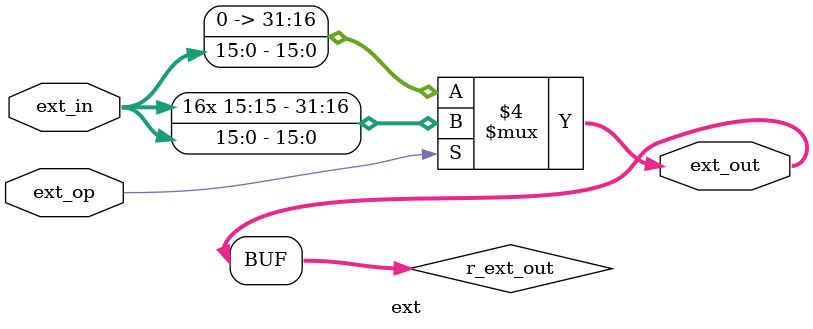
<source format=v>
module ext(
    input wire ext_op,
    input wire [15:0] ext_in,
    output wire [31:0] ext_out
    );

    reg [31:0] r_ext_out;
    always @(*) begin
        if(ext_op==1'b0)begin
            r_ext_out = {16'b0,ext_in};
        end else begin
            r_ext_out = {{16{ext_in[15]}},ext_in};
        end
    end

    assign ext_out = r_ext_out;
endmodule

</source>
